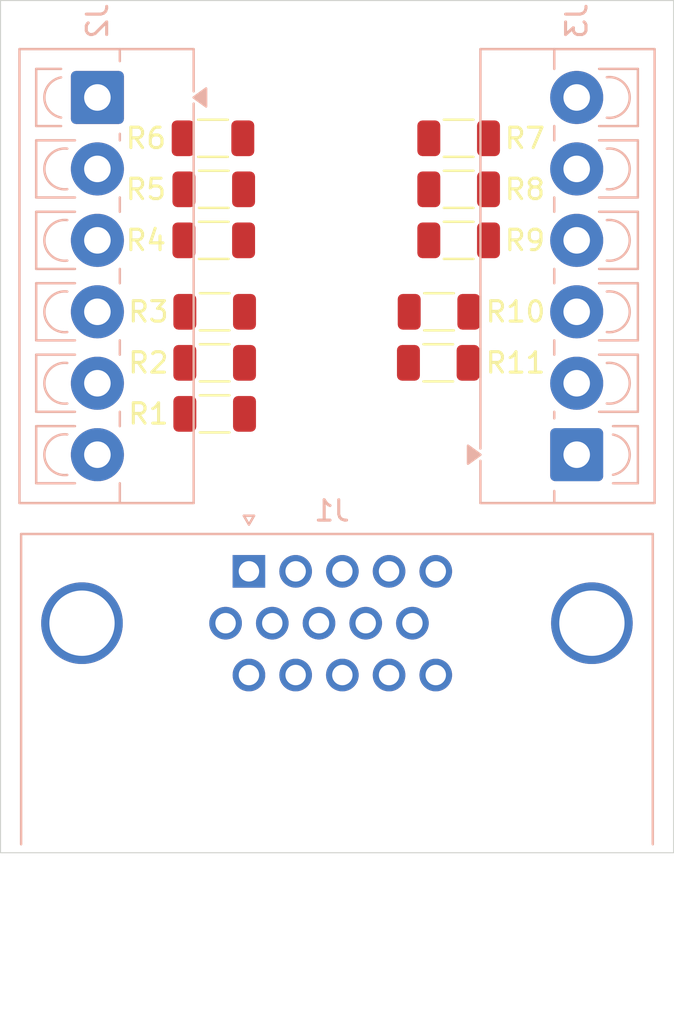
<source format=kicad_pcb>
(kicad_pcb (version 20241229) (generator "pcbnew") (generator_version "9.0")
  (layers (0 "F.Cu" signal) (2 "B.Cu" signal) (13 "F.Paste" user) (15 "B.Paste" user) (5 "F.SilkS" user "F.Silkscreen") (7 "B.SilkS" user "B.Silkscreen") (1 "F.Mask" user) (3 "B.Mask" user) (25 "Edge.Cuts" user))
  (net 0 "")
  (net 2 "Net-(J3-Pin_1)")
  (net 7 "Net-(J1-Pad2)")
  (net 8 "Net-(J1-Pad3)")
  (net 9 "Net-(J1-Pad1)")
  (net 10 "Net-(J2-Pin_1)")
  (net 11 "Net-(J2-Pin_2)")
  (net 12 "Net-(J2-Pin_3)")
  (net 13 "Net-(J2-Pin_4)")
  (net 14 "Net-(J2-Pin_5)")
  (net 15 "Net-(J2-Pin_6)")
  (net 16 "Net-(J1-Pad13)")
  (net 17 "Net-(J1-Pad14)")
  (net 18 "Net-(J3-Pin_6)")
  (net 19 "Net-(J3-Pin_5)")
  (net 20 "Net-(J3-Pin_4)")
  (net 21 "Net-(J3-Pin_3)")
  (net 22 "Net-(J3-Pin_2)")
  (footprint "Resistor_SMD:R_1206_3216Metric" (layer "F.Cu") (at 155.9625 115)
    (property "Reference" "R9" (at 3.25 0 0) (layer "F.SilkS"))
    (property "Value" "510")
    (fp_line (start -0.727064 -0.91) (end 0.727064 -0.91) (stroke (width 0.12)) (layer "F.SilkS"))
    (fp_line (start -0.727064 0.91) (end 0.727064 0.91) (stroke (width 0.12)) (layer "F.SilkS"))
    (pad "1" smd roundrect (at -1.4625 0) (size 1.125 1.75) (layers "F.Cu" "F.Mask" "F.Paste") (roundrect_rratio 0.222222) (net 8 "Net-(J1-Pad3)"))
    (pad "2" smd roundrect (at 1.4625 0) (size 1.125 1.75) (layers "F.Cu" "F.Mask" "F.Paste") (roundrect_rratio 0.222222) (net 20 "Net-(J3-Pin_4)"))
  )
  (footprint "Resistor_SMD:R_1206_3216Metric" (layer "F.Cu") (at 144 123.5 180)
    (property "Reference" "R1" (at 3.25 0 0) (layer "F.SilkS"))
    (property "Value" "2K")
    (fp_line (start -0.727064 0.91) (end 0.727064 0.91) (stroke (width 0.12)) (layer "F.SilkS"))
    (fp_line (start -0.727064 -0.91) (end 0.727064 -0.91) (stroke (width 0.12)) (layer "F.SilkS"))
    (pad "1" smd roundrect (at -1.4625 0 180) (size 1.125 1.75) (layers "F.Cu" "F.Mask" "F.Paste") (roundrect_rratio 0.222222) (net 9 "Net-(J1-Pad1)"))
    (pad "2" smd roundrect (at 1.4625 0 180) (size 1.125 1.75) (layers "F.Cu" "F.Mask" "F.Paste") (roundrect_rratio 0.222222) (net 15 "Net-(J2-Pin_6)"))
  )
  (footprint "Resistor_SMD:R_1206_3216Metric" (layer "F.Cu") (at 143.955 112.5 180)
    (property "Reference" "R5" (at 3.325 0 0) (layer "F.SilkS"))
    (property "Value" "1K")
    (fp_line (start -0.727064 0.91) (end 0.727064 0.91) (stroke (width 0.12)) (layer "F.SilkS"))
    (fp_line (start -0.727064 -0.91) (end 0.727064 -0.91) (stroke (width 0.12)) (layer "F.SilkS"))
    (pad "1" smd roundrect (at -1.4625 0 180) (size 1.125 1.75) (layers "F.Cu" "F.Mask" "F.Paste") (roundrect_rratio 0.222222) (net 7 "Net-(J1-Pad2)"))
    (pad "2" smd roundrect (at 1.4625 0 180) (size 1.125 1.75) (layers "F.Cu" "F.Mask" "F.Paste") (roundrect_rratio 0.222222) (net 11 "Net-(J2-Pin_2)"))
  )
  (footprint "Resistor_SMD:R_1206_3216Metric" (layer "F.Cu") (at 154.9625 121)
    (property "Reference" "R11" (at 3.7875 0 0) (layer "F.SilkS"))
    (property "Value" "200")
    (fp_line (start -0.727064 -0.91) (end 0.727064 -0.91) (stroke (width 0.12)) (layer "F.SilkS"))
    (fp_line (start -0.727064 0.91) (end 0.727064 0.91) (stroke (width 0.12)) (layer "F.SilkS"))
    (pad "1" smd roundrect (at -1.4625 0) (size 1.125 1.75) (layers "F.Cu" "F.Mask" "F.Paste") (roundrect_rratio 0.222222) (net 17 "Net-(J1-Pad14)"))
    (pad "2" smd roundrect (at 1.4625 0) (size 1.125 1.75) (layers "F.Cu" "F.Mask" "F.Paste") (roundrect_rratio 0.222222) (net 22 "Net-(J3-Pin_2)"))
  )
  (footprint "Resistor_SMD:R_1206_3216Metric" (layer "F.Cu") (at 144 121 180)
    (property "Reference" "R2" (at 3.25 0 0) (layer "F.SilkS"))
    (property "Value" "1K")
    (fp_line (start -0.727064 0.91) (end 0.727064 0.91) (stroke (width 0.12)) (layer "F.SilkS"))
    (fp_line (start -0.727064 -0.91) (end 0.727064 -0.91) (stroke (width 0.12)) (layer "F.SilkS"))
    (pad "1" smd roundrect (at -1.4625 0 180) (size 1.125 1.75) (layers "F.Cu" "F.Mask" "F.Paste") (roundrect_rratio 0.222222) (net 9 "Net-(J1-Pad1)"))
    (pad "2" smd roundrect (at 1.4625 0 180) (size 1.125 1.75) (layers "F.Cu" "F.Mask" "F.Paste") (roundrect_rratio 0.222222) (net 14 "Net-(J2-Pin_5)"))
  )
  (footprint "Resistor_SMD:R_1206_3216Metric" (layer "F.Cu") (at 155.9625 112.5)
    (property "Reference" "R8" (at 3.25 0 0) (layer "F.SilkS"))
    (property "Value" "1K")
    (fp_line (start -0.727064 -0.91) (end 0.727064 -0.91) (stroke (width 0.12)) (layer "F.SilkS"))
    (fp_line (start -0.727064 0.91) (end 0.727064 0.91) (stroke (width 0.12)) (layer "F.SilkS"))
    (pad "1" smd roundrect (at -1.4625 0) (size 1.125 1.75) (layers "F.Cu" "F.Mask" "F.Paste") (roundrect_rratio 0.222222) (net 8 "Net-(J1-Pad3)"))
    (pad "2" smd roundrect (at 1.4625 0) (size 1.125 1.75) (layers "F.Cu" "F.Mask" "F.Paste") (roundrect_rratio 0.222222) (net 19 "Net-(J3-Pin_5)"))
  )
  (footprint "Resistor_SMD:R_1206_3216Metric" (layer "F.Cu") (at 143.9175 110 180)
    (property "Reference" "R6" (at 3.2875 0 0) (layer "F.SilkS"))
    (property "Value" "510")
    (fp_line (start -0.727064 0.91) (end 0.727064 0.91) (stroke (width 0.12)) (layer "F.SilkS"))
    (fp_line (start -0.727064 -0.91) (end 0.727064 -0.91) (stroke (width 0.12)) (layer "F.SilkS"))
    (pad "1" smd roundrect (at -1.4625 0 180) (size 1.125 1.75) (layers "F.Cu" "F.Mask" "F.Paste") (roundrect_rratio 0.222222) (net 7 "Net-(J1-Pad2)"))
    (pad "2" smd roundrect (at 1.4625 0 180) (size 1.125 1.75) (layers "F.Cu" "F.Mask" "F.Paste") (roundrect_rratio 0.222222) (net 10 "Net-(J2-Pin_1)"))
  )
  (footprint "Resistor_SMD:R_1206_3216Metric" (layer "F.Cu") (at 143.955 115 180)
    (property "Reference" "R4" (at 3.325 0 0) (layer "F.SilkS"))
    (property "Value" "2K")
    (fp_line (start -0.727064 0.91) (end 0.727064 0.91) (stroke (width 0.12)) (layer "F.SilkS"))
    (fp_line (start -0.727064 -0.91) (end 0.727064 -0.91) (stroke (width 0.12)) (layer "F.SilkS"))
    (pad "1" smd roundrect (at -1.4625 0 180) (size 1.125 1.75) (layers "F.Cu" "F.Mask" "F.Paste") (roundrect_rratio 0.222222) (net 7 "Net-(J1-Pad2)"))
    (pad "2" smd roundrect (at 1.4625 0 180) (size 1.125 1.75) (layers "F.Cu" "F.Mask" "F.Paste") (roundrect_rratio 0.222222) (net 12 "Net-(J2-Pin_3)"))
  )
  (footprint "Resistor_SMD:R_1206_3216Metric" (layer "F.Cu") (at 144 118.5 180)
    (property "Reference" "R3" (at 3.25 0 0) (layer "F.SilkS"))
    (property "Value" "510")
    (fp_line (start -0.727064 0.91) (end 0.727064 0.91) (stroke (width 0.12)) (layer "F.SilkS"))
    (fp_line (start -0.727064 -0.91) (end 0.727064 -0.91) (stroke (width 0.12)) (layer "F.SilkS"))
    (pad "1" smd roundrect (at -1.4625 0 180) (size 1.125 1.75) (layers "F.Cu" "F.Mask" "F.Paste") (roundrect_rratio 0.222222) (net 9 "Net-(J1-Pad1)"))
    (pad "2" smd roundrect (at 1.4625 0 180) (size 1.125 1.75) (layers "F.Cu" "F.Mask" "F.Paste") (roundrect_rratio 0.222222) (net 13 "Net-(J2-Pin_4)"))
  )
  (footprint "Resistor_SMD:R_1206_3216Metric" (layer "F.Cu") (at 155 118.5)
    (property "Reference" "R10" (at 3.75 0 0) (layer "F.SilkS"))
    (property "Value" "200")
    (fp_line (start -0.727064 -0.91) (end 0.727064 -0.91) (stroke (width 0.12)) (layer "F.SilkS"))
    (fp_line (start -0.727064 0.91) (end 0.727064 0.91) (stroke (width 0.12)) (layer "F.SilkS"))
    (pad "1" smd roundrect (at -1.4625 0) (size 1.125 1.75) (layers "F.Cu" "F.Mask" "F.Paste") (roundrect_rratio 0.222222) (net 16 "Net-(J1-Pad13)"))
    (pad "2" smd roundrect (at 1.4625 0) (size 1.125 1.75) (layers "F.Cu" "F.Mask" "F.Paste") (roundrect_rratio 0.222222) (net 21 "Net-(J3-Pin_3)"))
  )
  (footprint "Resistor_SMD:R_1206_3216Metric" (layer "F.Cu") (at 155.9625 110)
    (property "Reference" "R7" (at 3.25 0 0) (layer "F.SilkS"))
    (property "Value" "2K")
    (fp_line (start -0.727064 -0.91) (end 0.727064 -0.91) (stroke (width 0.12)) (layer "F.SilkS"))
    (fp_line (start -0.727064 0.91) (end 0.727064 0.91) (stroke (width 0.12)) (layer "F.SilkS"))
    (pad "1" smd roundrect (at -1.4625 0) (size 1.125 1.75) (layers "F.Cu" "F.Mask" "F.Paste") (roundrect_rratio 0.222222) (net 8 "Net-(J1-Pad3)"))
    (pad "2" smd roundrect (at 1.4625 0) (size 1.125 1.75) (layers "F.Cu" "F.Mask" "F.Paste") (roundrect_rratio 0.222222) (net 18 "Net-(J3-Pin_6)"))
  )
  (footprint "TerminalBlock_4Ucon:TerminalBlock_4Ucon_1x06_P3.50mm_Vertical" (layer "B.Cu") (at 138.25 108 -90)
    (property "Reference" "J2" (at -3.75 0 90) (layer "B.SilkS") (effects (justify mirror)))
    (property "Value" "Screw_Terminal_01x06")
    (fp_line (start -2.37 3.82) (end 19.87 3.82) (stroke (width 0.12)) (layer "B.SilkS"))
    (fp_line (start -2.37 3.82) (end -2.37 -4.72) (stroke (width 0.12)) (layer "B.SilkS"))
    (fp_line (start 19.87 3.82) (end 19.87 -4.72) (stroke (width 0.12)) (layer "B.SilkS"))
    (fp_line (start -1.4 3) (end 1.4 3) (stroke (width 0.12)) (layer "B.SilkS"))
    (fp_line (start -1.4 3) (end -1.4 1.78) (stroke (width 0.12)) (layer "B.SilkS"))
    (fp_line (start 1.4 3) (end 1.4 1.78) (stroke (width 0.12)) (layer "B.SilkS"))
    (fp_line (start 2.1 3) (end 4.9 3) (stroke (width 0.12)) (layer "B.SilkS"))
    (fp_line (start 2.1 3) (end 2.1 1.099) (stroke (width 0.12)) (layer "B.SilkS"))
    (fp_line (start 4.9 3) (end 4.9 1.099) (stroke (width 0.12)) (layer "B.SilkS"))
    (fp_line (start 5.6 3) (end 8.4 3) (stroke (width 0.12)) (layer "B.SilkS"))
    (fp_line (start 5.6 3) (end 5.6 1.099) (stroke (width 0.12)) (layer "B.SilkS"))
    (fp_line (start 8.4 3) (end 8.4 1.099) (stroke (width 0.12)) (layer "B.SilkS"))
    (fp_line (start 9.1 3) (end 11.9 3) (stroke (width 0.12)) (layer "B.SilkS"))
    (fp_line (start 9.1 3) (end 9.1 1.099) (stroke (width 0.12)) (layer "B.SilkS"))
    (fp_line (start 11.9 3) (end 11.9 1.099) (stroke (width 0.12)) (layer "B.SilkS"))
    (fp_line (start 12.6 3) (end 15.4 3) (stroke (width 0.12)) (layer "B.SilkS"))
    (fp_line (start 12.6 3) (end 12.6 1.099) (stroke (width 0.12)) (layer "B.SilkS"))
    (fp_line (start 15.4 3) (end 15.4 1.099) (stroke (width 0.12)) (layer "B.SilkS"))
    (fp_line (start 16.1 3) (end 18.9 3) (stroke (width 0.12)) (layer "B.SilkS"))
    (fp_line (start 16.1 3) (end 16.1 1.099) (stroke (width 0.12)) (layer "B.SilkS"))
    (fp_line (start 18.9 3) (end 18.9 1.099) (stroke (width 0.12)) (layer "B.SilkS"))
    (fp_line (start -2.37 -1.1) (end -1.78 -1.1) (stroke (width 0.12)) (layer "B.SilkS"))
    (fp_line (start 1.78 -1.1) (end 2.101 -1.1) (stroke (width 0.12)) (layer "B.SilkS"))
    (fp_line (start 4.899 -1.1) (end 5.601 -1.1) (stroke (width 0.12)) (layer "B.SilkS"))
    (fp_line (start 8.399 -1.1) (end 9.101 -1.1) (stroke (width 0.12)) (layer "B.SilkS"))
    (fp_line (start 11.899 -1.1) (end 12.601 -1.1) (stroke (width 0.12)) (layer "B.SilkS"))
    (fp_line (start 15.399 -1.1) (end 16.101 -1.1) (stroke (width 0.12)) (layer "B.SilkS"))
    (fp_line (start 18.899 -1.1) (end 19.87 -1.1) (stroke (width 0.12)) (layer "B.SilkS"))
    (fp_line (start -2.37 -4.72) (end -0.3 -4.72) (stroke (width 0.12)) (layer "B.SilkS"))
    (fp_line (start 0.3 -4.72) (end 19.87 -4.72) (stroke (width 0.12)) (layer "B.SilkS"))
    (fp_arc (start 0.984 1.78) (mid 0 2.6) (end -0.984 1.78) (stroke (width 0.12)) (layer "B.SilkS"))
    (fp_arc (start 4.492 1.478) (mid 3.5 2.6) (end 2.508 1.478) (stroke (width 0.12)) (layer "B.SilkS"))
    (fp_arc (start 7.992 1.478) (mid 7 2.6) (end 6.008 1.478) (stroke (width 0.12)) (layer "B.SilkS"))
    (fp_arc (start 11.492 1.478) (mid 10.5 2.6) (end 9.508 1.478) (stroke (width 0.12)) (layer "B.SilkS"))
    (fp_arc (start 14.992 1.478) (mid 14 2.6) (end 13.008 1.478) (stroke (width 0.12)) (layer "B.SilkS"))
    (fp_arc (start 18.492 1.478) (mid 17.5 2.6) (end 16.508 1.478) (stroke (width 0.12)) (layer "B.SilkS"))
    (fp_poly (pts (xy 0 -4.72) (xy 0.44 -5.33) (xy -0.44 -5.33)) (stroke (width 0.12)) (fill yes) (layer "B.SilkS"))
    (pad "1" thru_hole roundrect (at 0 0 270) (size 2.6 2.6) (drill 1.3) (layers "*.Cu" "*.Mask") (roundrect_rratio 0.096154) (net 10 "Net-(J2-Pin_1)"))
    (pad "2" thru_hole circle (at 3.5 0 270) (size 2.6 2.6) (drill 1.3) (layers "*.Cu" "*.Mask") (net 11 "Net-(J2-Pin_2)"))
    (pad "3" thru_hole circle (at 7 0 270) (size 2.6 2.6) (drill 1.3) (layers "*.Cu" "*.Mask") (net 12 "Net-(J2-Pin_3)"))
    (pad "4" thru_hole circle (at 10.5 0 270) (size 2.6 2.6) (drill 1.3) (layers "*.Cu" "*.Mask") (net 13 "Net-(J2-Pin_4)"))
    (pad "5" thru_hole circle (at 14 0 270) (size 2.6 2.6) (drill 1.3) (layers "*.Cu" "*.Mask") (net 14 "Net-(J2-Pin_5)"))
    (pad "6" thru_hole circle (at 17.5 0 270) (size 2.6 2.6) (drill 1.3) (layers "*.Cu" "*.Mask") (net 15 "Net-(J2-Pin_6)"))
  )
  (footprint "Connector_Dsub:DSUB-15-HD_Socket_Horizontal_P2.29x2.54mm_EdgePinOffset8.35mm_Housed_MountingHolesOffset10.89mm" (layer "B.Cu") (at 145.68 131.214669 180)
    (property "Reference" "J1" (at -4.07 2.964669 0) (layer "B.SilkS") (effects (justify mirror)))
    (property "Value" "DE15_Socket_HighDensity_MountingHoles")
    (fp_line (start 11.17 1.83) (end 11.17 -13.37) (stroke (width 0.12)) (layer "B.SilkS"))
    (fp_line (start 0.25 2.724338) (end 0 2.291325) (stroke (width 0.12)) (layer "B.SilkS"))
    (fp_line (start 0 2.291325) (end -0.25 2.724338) (stroke (width 0.12)) (layer "B.SilkS"))
    (fp_line (start -0.25 2.724338) (end 0.25 2.724338) (stroke (width 0.12)) (layer "B.SilkS"))
    (fp_line (start -19.8 1.83) (end 11.17 1.83) (stroke (width 0.12)) (layer "B.SilkS"))
    (fp_line (start -19.8 -13.37) (end -19.8 1.83) (stroke (width 0.12)) (layer "B.SilkS"))
    (pad "0" thru_hole circle (at -16.815 -2.54 180) (size 4 4) (drill 3.2) (layers "*.Cu" "*.Mask") (net 2 "Net-(J3-Pin_1)"))
    (pad "0" thru_hole circle (at 8.185 -2.54 180) (size 4 4) (drill 3.2) (layers "*.Cu" "*.Mask") (net 2 "Net-(J3-Pin_1)"))
    (pad "1" thru_hole rect (at 0 0 180) (size 1.6 1.6) (drill 1) (layers "*.Cu" "*.Mask") (net 9 "Net-(J1-Pad1)"))
    (pad "2" thru_hole circle (at -2.29 0 180) (size 1.6 1.6) (drill 1) (layers "*.Cu" "*.Mask") (net 7 "Net-(J1-Pad2)"))
    (pad "3" thru_hole circle (at -4.58 0 180) (size 1.6 1.6) (drill 1) (layers "*.Cu" "*.Mask") (net 8 "Net-(J1-Pad3)"))
    (pad "4" thru_hole circle (at -6.87 0 180) (size 1.6 1.6) (drill 1) (layers "*.Cu" "*.Mask"))
    (pad "5" thru_hole circle (at -9.16 0 180) (size 1.6 1.6) (drill 1) (layers "*.Cu" "*.Mask") (net 2 "Net-(J3-Pin_1)"))
    (pad "6" thru_hole circle (at 1.145 -2.54 180) (size 1.6 1.6) (drill 1) (layers "*.Cu" "*.Mask") (net 2 "Net-(J3-Pin_1)"))
    (pad "7" thru_hole circle (at -1.145 -2.54 180) (size 1.6 1.6) (drill 1) (layers "*.Cu" "*.Mask") (net 2 "Net-(J3-Pin_1)"))
    (pad "8" thru_hole circle (at -3.435 -2.54 180) (size 1.6 1.6) (drill 1) (layers "*.Cu" "*.Mask") (net 2 "Net-(J3-Pin_1)"))
    (pad "9" thru_hole circle (at -5.725 -2.54 180) (size 1.6 1.6) (drill 1) (layers "*.Cu" "*.Mask"))
    (pad "10" thru_hole circle (at -8.015 -2.54 180) (size 1.6 1.6) (drill 1) (layers "*.Cu" "*.Mask") (net 2 "Net-(J3-Pin_1)"))
    (pad "11" thru_hole circle (at 0 -5.08 180) (size 1.6 1.6) (drill 1) (layers "*.Cu" "*.Mask"))
    (pad "12" thru_hole circle (at -2.29 -5.08 180) (size 1.6 1.6) (drill 1) (layers "*.Cu" "*.Mask"))
    (pad "13" thru_hole circle (at -4.58 -5.08 180) (size 1.6 1.6) (drill 1) (layers "*.Cu" "*.Mask") (net 16 "Net-(J1-Pad13)"))
    (pad "14" thru_hole circle (at -6.87 -5.08 180) (size 1.6 1.6) (drill 1) (layers "*.Cu" "*.Mask") (net 17 "Net-(J1-Pad14)"))
    (pad "15" thru_hole circle (at -9.16 -5.08 180) (size 1.6 1.6) (drill 1) (layers "*.Cu" "*.Mask"))
  )
  (footprint "TerminalBlock_4Ucon:TerminalBlock_4Ucon_1x06_P3.50mm_Vertical" (layer "B.Cu") (at 161.75 125.5 90)
    (property "Reference" "J3" (at 21.25 0 90) (layer "B.SilkS") (effects (justify mirror)))
    (property "Value" "Screw_Terminal_01x06")
    (fp_line (start 0.3 -4.72) (end 19.87 -4.72) (stroke (width 0.12)) (layer "B.SilkS"))
    (fp_line (start -2.37 -4.72) (end -0.3 -4.72) (stroke (width 0.12)) (layer "B.SilkS"))
    (fp_line (start 18.899 -1.1) (end 19.87 -1.1) (stroke (width 0.12)) (layer "B.SilkS"))
    (fp_line (start 15.399 -1.1) (end 16.101 -1.1) (stroke (width 0.12)) (layer "B.SilkS"))
    (fp_line (start 11.899 -1.1) (end 12.601 -1.1) (stroke (width 0.12)) (layer "B.SilkS"))
    (fp_line (start 8.399 -1.1) (end 9.101 -1.1) (stroke (width 0.12)) (layer "B.SilkS"))
    (fp_line (start 4.899 -1.1) (end 5.601 -1.1) (stroke (width 0.12)) (layer "B.SilkS"))
    (fp_line (start 1.78 -1.1) (end 2.101 -1.1) (stroke (width 0.12)) (layer "B.SilkS"))
    (fp_line (start -2.37 -1.1) (end -1.78 -1.1) (stroke (width 0.12)) (layer "B.SilkS"))
    (fp_line (start 18.9 3) (end 18.9 1.099) (stroke (width 0.12)) (layer "B.SilkS"))
    (fp_line (start 16.1 3) (end 16.1 1.099) (stroke (width 0.12)) (layer "B.SilkS"))
    (fp_line (start 16.1 3) (end 18.9 3) (stroke (width 0.12)) (layer "B.SilkS"))
    (fp_line (start 15.4 3) (end 15.4 1.099) (stroke (width 0.12)) (layer "B.SilkS"))
    (fp_line (start 12.6 3) (end 12.6 1.099) (stroke (width 0.12)) (layer "B.SilkS"))
    (fp_line (start 12.6 3) (end 15.4 3) (stroke (width 0.12)) (layer "B.SilkS"))
    (fp_line (start 11.9 3) (end 11.9 1.099) (stroke (width 0.12)) (layer "B.SilkS"))
    (fp_line (start 9.1 3) (end 9.1 1.099) (stroke (width 0.12)) (layer "B.SilkS"))
    (fp_line (start 9.1 3) (end 11.9 3) (stroke (width 0.12)) (layer "B.SilkS"))
    (fp_line (start 8.4 3) (end 8.4 1.099) (stroke (width 0.12)) (layer "B.SilkS"))
    (fp_line (start 5.6 3) (end 5.6 1.099) (stroke (width 0.12)) (layer "B.SilkS"))
    (fp_line (start 5.6 3) (end 8.4 3) (stroke (width 0.12)) (layer "B.SilkS"))
    (fp_line (start 4.9 3) (end 4.9 1.099) (stroke (width 0.12)) (layer "B.SilkS"))
    (fp_line (start 2.1 3) (end 2.1 1.099) (stroke (width 0.12)) (layer "B.SilkS"))
    (fp_line (start 2.1 3) (end 4.9 3) (stroke (width 0.12)) (layer "B.SilkS"))
    (fp_line (start 1.4 3) (end 1.4 1.78) (stroke (width 0.12)) (layer "B.SilkS"))
    (fp_line (start -1.4 3) (end -1.4 1.78) (stroke (width 0.12)) (layer "B.SilkS"))
    (fp_line (start -1.4 3) (end 1.4 3) (stroke (width 0.12)) (layer "B.SilkS"))
    (fp_line (start 19.87 3.82) (end 19.87 -4.72) (stroke (width 0.12)) (layer "B.SilkS"))
    (fp_line (start -2.37 3.82) (end -2.37 -4.72) (stroke (width 0.12)) (layer "B.SilkS"))
    (fp_line (start -2.37 3.82) (end 19.87 3.82) (stroke (width 0.12)) (layer "B.SilkS"))
    (fp_arc (start 18.492 1.478) (mid 17.5 2.6) (end 16.508 1.478) (stroke (width 0.12)) (layer "B.SilkS"))
    (fp_arc (start 14.992 1.478) (mid 14 2.6) (end 13.008 1.478) (stroke (width 0.12)) (layer "B.SilkS"))
    (fp_arc (start 11.492 1.478) (mid 10.5 2.6) (end 9.508 1.478) (stroke (width 0.12)) (layer "B.SilkS"))
    (fp_arc (start 7.992 1.478) (mid 7 2.6) (end 6.008 1.478) (stroke (width 0.12)) (layer "B.SilkS"))
    (fp_arc (start 4.492 1.478) (mid 3.5 2.6) (end 2.508 1.478) (stroke (width 0.12)) (layer "B.SilkS"))
    (fp_arc (start 0.984 1.78) (mid 0 2.6) (end -0.984 1.78) (stroke (width 0.12)) (layer "B.SilkS"))
    (fp_poly (pts (xy 0 -4.72) (xy 0.44 -5.33) (xy -0.44 -5.33)) (stroke (width 0.12)) (fill yes) (layer "B.SilkS"))
    (pad "1" thru_hole roundrect (at 0 0 90) (size 2.6 2.6) (drill 1.3) (layers "*.Cu" "*.Mask") (roundrect_rratio 0.096154) (net 2 "Net-(J3-Pin_1)"))
    (pad "2" thru_hole circle (at 3.5 0 90) (size 2.6 2.6) (drill 1.3) (layers "*.Cu" "*.Mask") (net 22 "Net-(J3-Pin_2)"))
    (pad "3" thru_hole circle (at 7 0 90) (size 2.6 2.6) (drill 1.3) (layers "*.Cu" "*.Mask") (net 21 "Net-(J3-Pin_3)"))
    (pad "4" thru_hole circle (at 10.5 0 90) (size 2.6 2.6) (drill 1.3) (layers "*.Cu" "*.Mask") (net 20 "Net-(J3-Pin_4)"))
    (pad "5" thru_hole circle (at 14 0 90) (size 2.6 2.6) (drill 1.3) (layers "*.Cu" "*.Mask") (net 19 "Net-(J3-Pin_5)"))
    (pad "6" thru_hole circle (at 17.5 0 90) (size 2.6 2.6) (drill 1.3) (layers "*.Cu" "*.Mask") (net 18 "Net-(J3-Pin_6)"))
  )
  (gr_rect (start 133.5 103.25) (end 166.5 145) (stroke (width 0.05)) (fill no) (layer "Edge.Cuts"))
)
</source>
